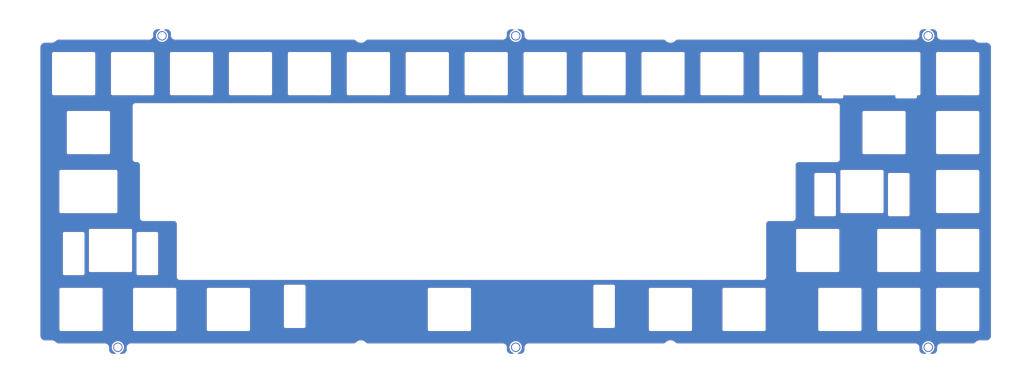
<source format=kicad_pcb>
(kicad_pcb (version 20221018) (generator pcbnew)
  (layers (0 "F.Cu" signal) (31 "B.Cu" signal) (34 "B.Paste" user) (35 "F.Paste" user) (36 "B.SilkS" user "B.Silkscreen") (37 "F.SilkS" user "F.Silkscreen") (38 "B.Mask" user) (39 "F.Mask" user) (44 "Edge.Cuts" user))
  (net 0 "")
  (footprint "acheron_MX_PlateSlots:MX100" (layer "F.Cu") (at 122.164053 40.305908)
    (fp_text reference "REF**")
    (fp_text value "MX100")
    (fp_line (start -7 -6.5) (end -7 6.490924) (stroke (width 0.010007)) (layer "Edge.Cuts"))
    (fp_line (start -6.5 -7) (end 6.5 -7) (stroke (width 0.010007)) (layer "Edge.Cuts"))
    (fp_line (start -6.5 6.990924) (end 6.5 7) (stroke (width 0.010007)) (layer "Edge.Cuts"))
    (fp_line (start 7 -6.5) (end 7 6.5) (stroke (width 0.010007)) (layer "Edge.Cuts"))
    (fp_arc (start -7 -6.5) (mid -6.853553 -6.853553) (end -6.5 -7) (stroke (width 0.010007)) (layer "Edge.Cuts"))
    (fp_arc (start -6.5 6.990924) (mid -6.853553 6.844477) (end -7 6.490924) (stroke (width 0.010007)) (layer "Edge.Cuts"))
    (fp_arc (start 6.5 -7) (mid 6.853553 -6.853553) (end 7 -6.5) (stroke (width 0.010007)) (layer "Edge.Cuts"))
    (fp_arc (start 7 6.5) (mid 6.853553 6.853553) (end 6.5 7) (stroke (width 0.010007)) (layer "Edge.Cuts"))
  )
  (footprint "acheron_MX_PlateSlots:MX100" (layer "F.Cu") (at 274.564053 40.305908)
    (fp_text reference "REF**")
    (fp_text value "MX100")
    (fp_line (start -7 -6.5) (end -7 6.490924) (stroke (width 0.010007)) (layer "Edge.Cuts"))
    (fp_line (start -6.5 -7) (end 6.5 -7) (stroke (width 0.010007)) (layer "Edge.Cuts"))
    (fp_line (start -6.5 6.990924) (end 6.5 7) (stroke (width 0.010007)) (layer "Edge.Cuts"))
    (fp_line (start 7 -6.5) (end 7 6.5) (stroke (width 0.010007)) (layer "Edge.Cuts"))
    (fp_arc (start -7 -6.5) (mid -6.853553 -6.853553) (end -6.5 -7) (stroke (width 0.010007)) (layer "Edge.Cuts"))
    (fp_arc (start -6.5 6.990924) (mid -6.853553 6.844477) (end -7 6.490924) (stroke (width 0.010007)) (layer "Edge.Cuts"))
    (fp_arc (start 6.5 -7) (mid 6.853553 -6.853553) (end 7 -6.5) (stroke (width 0.010007)) (layer "Edge.Cuts"))
    (fp_arc (start 7 6.5) (mid 6.853553 6.853553) (end 6.5 7) (stroke (width 0.010007)) (layer "Edge.Cuts"))
  )
  (footprint "acheron_MX_PlateSlots:MX125" (layer "F.Cu") (at 262.657803 116.505908)
    (fp_text reference "REF**")
    (fp_text value "MX125")
    (fp_line (start -7 -6.5) (end -7 6.490924) (stroke (width 0.010007)) (layer "Edge.Cuts"))
    (fp_line (start -6.5 -7) (end 6.5 -7) (stroke (width 0.010007)) (layer "Edge.Cuts"))
    (fp_line (start -6.5 6.990924) (end 6.5 7) (stroke (width 0.010007)) (layer "Edge.Cuts"))
    (fp_line (start 7 -6.5) (end 7 6.5) (stroke (width 0.010007)) (layer "Edge.Cuts"))
    (fp_arc (start -7 -6.5) (mid -6.853553 -6.853553) (end -6.5 -7) (stroke (width 0.010007)) (layer "Edge.Cuts"))
    (fp_arc (start -6.5 6.990924) (mid -6.853553 6.844477) (end -7 6.490924) (stroke (width 0.010007)) (layer "Edge.Cuts"))
    (fp_arc (start 6.5 -7) (mid 6.853553 -6.853553) (end 7 -6.5) (stroke (width 0.010007)) (layer "Edge.Cuts"))
    (fp_arc (start 7 6.5) (mid 6.853553 6.853553) (end 6.5 7) (stroke (width 0.010007)) (layer "Edge.Cuts"))
  )
  (footprint "acheron_MX_PlateSlots:MX100" (layer "F.Cu") (at 84.064053 40.305908)
    (fp_text reference "REF**")
    (fp_text value "MX100")
    (fp_line (start -7 -6.5) (end -7 6.490924) (stroke (width 0.010007)) (layer "Edge.Cuts"))
    (fp_line (start -6.5 -7) (end 6.5 -7) (stroke (width 0.010007)) (layer "Edge.Cuts"))
    (fp_line (start -6.5 6.990924) (end 6.5 7) (stroke (width 0.010007)) (layer "Edge.Cuts"))
    (fp_line (start 7 -6.5) (end 7 6.5) (stroke (width 0.010007)) (layer "Edge.Cuts"))
    (fp_arc (start -7 -6.5) (mid -6.853553 -6.853553) (end -6.5 -7) (stroke (width 0.010007)) (layer "Edge.Cuts"))
    (fp_arc (start -6.5 6.990924) (mid -6.853553 6.844477) (end -7 6.490924) (stroke (width 0.010007)) (layer "Edge.Cuts"))
    (fp_arc (start 6.5 -7) (mid 6.853553 -6.853553) (end 7 -6.5) (stroke (width 0.010007)) (layer "Edge.Cuts"))
    (fp_arc (start 7 6.5) (mid 6.853553 6.853553) (end 6.5 7) (stroke (width 0.010007)) (layer "Edge.Cuts"))
  )
  (footprint "MountingHole:MountingHole_2.5mm_Pad" (layer "F.Cu") (at 74.539041 28.055924)
    (fp_text reference "REF**" hide)
    (fp_text value "MountingHole_2.5mm_Pad")
    (pad "1" thru_hole circle (at 0 0) (size 3 3) (drill 2.4) (layers "*.Cu" "*.Mask"))
  )
  (footprint "MountingHole:MountingHole_2.5mm_Pad" (layer "F.Cu") (at 188.839033 28.055924)
    (fp_text reference "REF**" hide)
    (fp_text value "MountingHole_2.5mm_Pad")
    (pad "1" thru_hole circle (at 0 0) (size 3 3) (drill 2.4) (layers "*.Cu" "*.Mask"))
  )
  (footprint "MountingHole:MountingHole_2.5mm_Pad" (layer "F.Cu") (at 322.189041 128.755912)
    (fp_text reference "REF**" hide)
    (fp_text value "MountingHole_2.5mm_Pad")
    (pad "1" thru_hole circle (at 0 0) (size 3 3) (drill 2.4) (layers "*.Cu" "*.Mask"))
  )
  (footprint "acheron_MX_PlateSlots:MX125" (layer "F.Cu") (at 48.345303 116.505908)
    (fp_text reference "REF**")
    (fp_text value "MX125")
    (fp_line (start -7 -6.5) (end -7 6.490924) (stroke (width 0.010007)) (layer "Edge.Cuts"))
    (fp_line (start -6.5 -7) (end 6.5 -7) (stroke (width 0.010007)) (layer "Edge.Cuts"))
    (fp_line (start -6.5 6.990924) (end 6.5 7) (stroke (width 0.010007)) (layer "Edge.Cuts"))
    (fp_line (start 7 -6.5) (end 7 6.5) (stroke (width 0.010007)) (layer "Edge.Cuts"))
    (fp_arc (start -7 -6.5) (mid -6.853553 -6.853553) (end -6.5 -7) (stroke (width 0.010007)) (layer "Edge.Cuts"))
    (fp_arc (start -6.5 6.990924) (mid -6.853553 6.844477) (end -7 6.490924) (stroke (width 0.010007)) (layer "Edge.Cuts"))
    (fp_arc (start 6.5 -7) (mid 6.853553 -6.853553) (end 7 -6.5) (stroke (width 0.010007)) (layer "Edge.Cuts"))
    (fp_arc (start 7 6.5) (mid 6.853553 6.853553) (end 6.5 7) (stroke (width 0.010007)) (layer "Edge.Cuts"))
  )
  (footprint "acheron_MX_PlateSlots:MX100" (layer "F.Cu") (at 255.514053 40.305908)
    (fp_text reference "REF**")
    (fp_text value "MX100")
    (fp_line (start -7 -6.5) (end -7 6.490924) (stroke (width 0.010007)) (layer "Edge.Cuts"))
    (fp_line (start -6.5 -7) (end 6.5 -7) (stroke (width 0.010007)) (layer "Edge.Cuts"))
    (fp_line (start -6.5 6.990924) (end 6.5 7) (stroke (width 0.010007)) (layer "Edge.Cuts"))
    (fp_line (start 7 -6.5) (end 7 6.5) (stroke (width 0.010007)) (layer "Edge.Cuts"))
    (fp_arc (start -7 -6.5) (mid -6.853553 -6.853553) (end -6.5 -7) (stroke (width 0.010007)) (layer "Edge.Cuts"))
    (fp_arc (start -6.5 6.990924) (mid -6.853553 6.844477) (end -7 6.490924) (stroke (width 0.010007)) (layer "Edge.Cuts"))
    (fp_arc (start 6.5 -7) (mid 6.853553 -6.853553) (end 7 -6.5) (stroke (width 0.010007)) (layer "Edge.Cuts"))
    (fp_arc (start 7 6.5) (mid 6.853553 6.853553) (end 6.5 7) (stroke (width 0.010007)) (layer "Edge.Cuts"))
  )
  (footprint "MountingHole:MountingHole_2.5mm_Pad" (layer "F.Cu") (at 322.189041 28.055924)
    (fp_text reference "REF**" hide)
    (fp_text value "MountingHole_2.5mm_Pad")
    (pad "1" thru_hole circle (at 0 0) (size 3 3) (drill 2.4) (layers "*.Cu" "*.Mask"))
  )
  (footprint "acheron_MX_PlateSlots:MX100" (layer "F.Cu") (at 331.714053 59.355908)
    (fp_text reference "REF**")
    (fp_text value "MX100")
    (fp_line (start -7 -6.5) (end -7 6.490924) (stroke (width 0.010007)) (layer "Edge.Cuts"))
    (fp_line (start -6.5 -7) (end 6.5 -7) (stroke (width 0.010007)) (layer "Edge.Cuts"))
    (fp_line (start -6.5 6.990924) (end 6.5 7) (stroke (width 0.010007)) (layer "Edge.Cuts"))
    (fp_line (start 7 -6.5) (end 7 6.5) (stroke (width 0.010007)) (layer "Edge.Cuts"))
    (fp_arc (start -7 -6.5) (mid -6.853553 -6.853553) (end -6.5 -7) (stroke (width 0.010007)) (layer "Edge.Cuts"))
    (fp_arc (start -6.5 6.990924) (mid -6.853553 6.844477) (end -7 6.490924) (stroke (width 0.010007)) (layer "Edge.Cuts"))
    (fp_arc (start 6.5 -7) (mid 6.853553 -6.853553) (end 7 -6.5) (stroke (width 0.010007)) (layer "Edge.Cuts"))
    (fp_arc (start 7 6.5) (mid 6.853553 6.853553) (end 6.5 7) (stroke (width 0.010007)) (layer "Edge.Cuts"))
  )
  (footprint "acheron_MX_PlateSlots:MX175" (layer "F.Cu") (at 286.470303 97.455908)
    (fp_text reference "REF**")
    (fp_text value "MX175")
    (fp_line (start -7 -6.5) (end -7 6.490924) (stroke (width 0.010007)) (layer "Edge.Cuts"))
    (fp_line (start -6.5 -7) (end 6.5 -7) (stroke (width 0.010007)) (layer "Edge.Cuts"))
    (fp_line (start -6.5 6.990924) (end 6.5 7) (stroke (width 0.010007)) (layer "Edge.Cuts"))
    (fp_line (start 7 -6.5) (end 7 6.5) (stroke (width 0.010007)) (layer "Edge.Cuts"))
    (fp_arc (start -7 -6.5) (mid -6.853553 -6.853553) (end -6.5 -7) (stroke (width 0.010007)) (layer "Edge.Cuts"))
    (fp_arc (start -6.5 6.990924) (mid -6.853553 6.844477) (end -7 6.490924) (stroke (width 0.010007)) (layer "Edge.Cuts"))
    (fp_arc (start 6.5 -7) (mid 6.853553 -6.853553) (end 7 -6.5) (stroke (width 0.010007)) (layer "Edge.Cuts"))
    (fp_arc (start 7 6.5) (mid 6.853553 6.853553) (end 6.5 7) (stroke (width 0.010007)) (layer "Edge.Cuts"))
  )
  (footprint "acheron_MX_PlateSlots:MX150" (layer "F.Cu") (at 50.726553 59.355908)
    (fp_text reference "REF**")
    (fp_text value "MX150")
    (fp_line (start -7 -6.5) (end -7 6.490924) (stroke (width 0.010007)) (layer "Edge.Cuts"))
    (fp_line (start -6.5 -7) (end 6.5 -7) (stroke (width 0.010007)) (layer "Edge.Cuts"))
    (fp_line (start -6.5 6.990924) (end 6.5 7) (stroke (width 0.010007)) (layer "Edge.Cuts"))
    (fp_line (start 7 -6.5) (end 7 6.5) (stroke (width 0.010007)) (layer "Edge.Cuts"))
    (fp_arc (start -7 -6.5) (mid -6.853553 -6.853553) (end -6.5 -7) (stroke (width 0.010007)) (layer "Edge.Cuts"))
    (fp_arc (start -6.5 6.990924) (mid -6.853553 6.844477) (end -7 6.490924) (stroke (width 0.010007)) (layer "Edge.Cuts"))
    (fp_arc (start 6.5 -7) (mid 6.853553 -6.853553) (end 7 -6.5) (stroke (width 0.010007)) (layer "Edge.Cuts"))
    (fp_arc (start 7 6.5) (mid 6.853553 6.853553) (end 6.5 7) (stroke (width 0.010007)) (layer "Edge.Cuts"))
  )
  (footprint "acheron_MX_PlateSlots:MX100" (layer "F.Cu") (at 312.664053 116.505908)
    (fp_text reference "REF**")
    (fp_text value "MX100")
    (fp_line (start -7 -6.5) (end -7 6.490924) (stroke (width 0.010007)) (layer "Edge.Cuts"))
    (fp_line (start -6.5 -7) (end 6.5 -7) (stroke (width 0.010007)) (layer "Edge.Cuts"))
    (fp_line (start -6.5 6.990924) (end 6.5 7) (stroke (width 0.010007)) (layer "Edge.Cuts"))
    (fp_line (start 7 -6.5) (end 7 6.5) (stroke (width 0.010007)) (layer "Edge.Cuts"))
    (fp_arc (start -7 -6.5) (mid -6.853553 -6.853553) (end -6.5 -7) (stroke (width 0.010007)) (layer "Edge.Cuts"))
    (fp_arc (start -6.5 6.990924) (mid -6.853553 6.844477) (end -7 6.490924) (stroke (width 0.010007)) (layer "Edge.Cuts"))
    (fp_arc (start 6.5 -7) (mid 6.853553 -6.853553) (end 7 -6.5) (stroke (width 0.010007)) (layer "Edge.Cuts"))
    (fp_arc (start 7 6.5) (mid 6.853553 6.853553) (end 6.5 7) (stroke (width 0.010007)) (layer "Edge.Cuts"))
  )
  (footprint "acheron_MX_PlateSlots:MX100" (layer "F.Cu") (at 331.714053 97.455908)
    (fp_text reference "REF**")
    (fp_text value "MX100")
    (fp_line (start -7 -6.5) (end -7 6.490924) (stroke (width 0.010007)) (layer "Edge.Cuts"))
    (fp_line (start -6.5 -7) (end 6.5 -7) (stroke (width 0.010007)) (layer "Edge.Cuts"))
    (fp_line (start -6.5 6.990924) (end 6.5 7) (stroke (width 0.010007)) (layer "Edge.Cuts"))
    (fp_line (start 7 -6.5) (end 7 6.5) (stroke (width 0.010007)) (layer "Edge.Cuts"))
    (fp_arc (start -7 -6.5) (mid -6.853553 -6.853553) (end -6.5 -7) (stroke (width 0.010007)) (layer "Edge.Cuts"))
    (fp_arc (start -6.5 6.990924) (mid -6.853553 6.844477) (end -7 6.490924) (stroke (width 0.010007)) (layer "Edge.Cuts"))
    (fp_arc (start 6.5 -7) (mid 6.853553 -6.853553) (end 7 -6.5) (stroke (width 0.010007)) (layer "Edge.Cuts"))
    (fp_arc (start 7 6.5) (mid 6.853553 6.853553) (end 6.5 7) (stroke (width 0.010007)) (layer "Edge.Cuts"))
  )
  (footprint "acheron_MX_PlateSlots:MX100" (layer "F.Cu") (at 331.714053 78.405908)
    (fp_text reference "REF**")
    (fp_text value "MX100")
    (fp_line (start -7 -6.5) (end -7 6.490924) (stroke (width 0.010007)) (layer "Edge.Cuts"))
    (fp_line (start -6.5 -7) (end 6.5 -7) (stroke (width 0.010007)) (layer "Edge.Cuts"))
    (fp_line (start -6.5 6.990924) (end 6.5 7) (stroke (width 0.010007)) (layer "Edge.Cuts"))
    (fp_line (start 7 -6.5) (end 7 6.5) (stroke (width 0.010007)) (layer "Edge.Cuts"))
    (fp_arc (start -7 -6.5) (mid -6.853553 -6.853553) (end -6.5 -7) (stroke (width 0.010007)) (layer "Edge.Cuts"))
    (fp_arc (start -6.5 6.990924) (mid -6.853553 6.844477) (end -7 6.490924) (stroke (width 0.010007)) (layer "Edge.Cuts"))
    (fp_arc (start 6.5 -7) (mid 6.853553 -6.853553) (end 7 -6.5) (stroke (width 0.010007)) (layer "Edge.Cuts"))
    (fp_arc (start 7 6.5) (mid 6.853553 6.853553) (end 6.5 7) (stroke (width 0.010007)) (layer "Edge.Cuts"))
  )
  (footprint "acheron_MX_PlateSlots:MX625" (layer "F.Cu") (at 167.407803 116.505908 180)
    (fp_text reference "REF**")
    (fp_text value "MX625")
    (fp_line (start -53.50625 -5.499992) (end -53.50625 7.5) (stroke (width 0.010007)) (layer "Edge.Cuts"))
    (fp_line (start -53.00625 -5.999992) (end -47.00625 -6) (stroke (width 0.010007)) (layer "Edge.Cuts"))
    (fp_line (start -53.00625 8.000008) (end -47.00625 8.000008) (stroke (width 0.010007)) (layer "Edge.Cuts"))
    (fp_line (start -46.50625 -5.499992) (end -46.50625 7.500008) (stroke (width 0.010007)) (layer "Edge.Cuts"))
    (fp_line (start -7 -6.5) (end -7 6.5) (stroke (width 0.010007)) (layer "Edge.Cuts"))
    (fp_line (start -6.5 -7) (end 6.5 -7) (stroke (width 0.010007)) (layer "Edge.Cuts"))
    (fp_line (start -6.5 7) (end 6.5 7) (stroke (width 0.010007)) (layer "Edge.Cuts"))
    (fp_line (start 6.999672 -6.499992) (end 6.999672 6.500007) (stroke (width 0.010007)) (layer "Edge.Cuts"))
    (fp_line (start 46.50625 -5.5) (end 46.50625 7.5) (stroke (width 0.010007)) (layer "Edge.Cuts"))
    (fp_line (start 47.00625 -6) (end 53.00625 -6) (stroke (width 0.010007)) (layer "Edge.Cuts"))
    (fp_line (start 47.00625 8) (end 53.00625 8) (stroke (width 0.010007)) (layer "Edge.Cuts"))
    (fp_line (start 53.50625 -5.5) (end 53.50625 7.5) (stroke (width 0.010007)) (layer "Edge.Cuts"))
    (fp_arc (start -53.50625 -5.5) (mid -53.359803 -5.853553) (end -53.00625 -6) (stroke (width 0.010007)) (layer "Edge.Cuts"))
    (fp_arc (start -53.00625 8.000008) (mid -53.359803 7.853561) (end -53.50625 7.500008) (stroke (width 0.010007)) (layer "Edge.Cuts"))
    (fp_arc (start -47.00625 -6) (mid -46.652697 -5.853553) (end -46.50625 -5.5) (stroke (width 0.010007)) (layer "Edge.Cuts"))
    (fp_arc (start -46.50625 7.500008) (mid -46.652697 7.853561) (end -47.00625 8.000008) (stroke (width 0.010007)) (layer "Edge.Cuts"))
    (fp_arc (start -7 -6.5) (mid -6.853553 -6.853553) (end -6.5 -7) (stroke (width 0.010007)) (layer "Edge.Cuts"))
    (fp_arc (start -6.5 7) (mid -6.853553 6.853553) (end -7 6.5) (stroke (width 0.010007)) (layer "Edge.Cuts"))
    (fp_arc (start 6.5 -7) (mid 6.853553 -6.853553) (end 7 -6.5) (stroke (width 0.010007)) (layer "Edge.Cuts"))
    (fp_arc (start 6.999672 6.500007) (mid 6.853225 6.85356) (end 6.499672 7.000007) (stroke (width 0.010007)) (layer "Edge.Cuts"))
    (fp_arc (start 46.50625 -5.5) (mid 46.652697 -5.853553) (end 47.00625 -6) (stroke (width 0.010007)) (layer "Edge.Cuts"))
    (fp_arc (start 47.00625 8) (mid 46.652697 7.853553) (end 46.50625 7.5) (stroke (width 0.010007)) (layer "Edge.Cuts"))
    (fp_arc (start 53.00625 -6) (mid 53.359803 -5.853553) (end 53.50625 -5.5) (stroke (width 0.010007)) (layer "Edge.Cuts"))
    (fp_arc (start 53.50625 7.5) (mid 53.359803 7.853553) (end 53.00625 8) (stroke (width 0.010007)) (layer "Edge.Cuts"))
  )
  (footprint "acheron_MX_PlateSlots:MX100" (layer "F.Cu") (at 103.114053 40.305908)
    (fp_text reference "REF**")
    (fp_text value "MX100")
    (fp_line (start -7 -6.5) (end -7 6.490924) (stroke (width 0.010007)) (layer "Edge.Cuts"))
    (fp_line (start -6.5 -7) (end 6.5 -7) (stroke (width 0.010007)) (layer "Edge.Cuts"))
    (fp_line (start -6.5 6.990924) (end 6.5 7) (stroke (width 0.010007)) (layer "Edge.Cuts"))
    (fp_line (start 7 -6.5) (end 7 6.5) (stroke (width 0.010007)) (layer "Edge.Cuts"))
    (fp_arc (start -7 -6.5) (mid -6.853553 -6.853553) (end -6.5 -7) (stroke (width 0.010007)) (layer "Edge.Cuts"))
    (fp_arc (start -6.5 6.990924) (mid -6.853553 6.844477) (end -7 6.490924) (stroke (width 0.010007)) (layer "Edge.Cuts"))
    (fp_arc (start 6.5 -7) (mid 6.853553 -6.853553) (end 7 -6.5) (stroke (width 0.010007)) (layer "Edge.Cuts"))
    (fp_arc (start 7 6.5) (mid 6.853553 6.853553) (end 6.5 7) (stroke (width 0.010007)) (layer "Edge.Cuts"))
  )
  (footprint "acheron_MX_PlateSlots:MX100" (layer "F.Cu") (at 217.414053 40.305908)
    (fp_text reference "REF**")
    (fp_text value "MX100")
    (fp_line (start -7 -6.5) (end -7 6.490924) (stroke (width 0.010007)) (layer "Edge.Cuts"))
    (fp_line (start -6.5 -7) (end 6.5 -7) (stroke (width 0.010007)) (layer "Edge.Cuts"))
    (fp_line (start -6.5 6.990924) (end 6.5 7) (stroke (width 0.010007)) (layer "Edge.Cuts"))
    (fp_line (start 7 -6.5) (end 7 6.5) (stroke (width 0.010007)) (layer "Edge.Cuts"))
    (fp_arc (start -7 -6.5) (mid -6.853553 -6.853553) (end -6.5 -7) (stroke (width 0.010007)) (layer "Edge.Cuts"))
    (fp_arc (start -6.5 6.990924) (mid -6.853553 6.844477) (end -7 6.490924) (stroke (width 0.010007)) (layer "Edge.Cuts"))
    (fp_arc (start 6.5 -7) (mid 6.853553 -6.853553) (end 7 -6.5) (stroke (width 0.010007)) (layer "Edge.Cuts"))
    (fp_arc (start 7 6.5) (mid 6.853553 6.853553) (end 6.5 7) (stroke (width 0.010007)) (layer "Edge.Cuts"))
  )
  (footprint "acheron_MX_PlateSlots:MX100" (layer "F.Cu") (at 236.464053 40.305908)
    (fp_text reference "REF**")
    (fp_text value "MX100")
    (fp_line (start -7 -6.5) (end -7 6.490924) (stroke (width 0.010007)) (layer "Edge.Cuts"))
    (fp_line (start -6.5 -7) (end 6.5 -7) (stroke (width 0.010007)) (layer "Edge.Cuts"))
    (fp_line (start -6.5 6.990924) (end 6.5 7) (stroke (width 0.010007)) (layer "Edge.Cuts"))
    (fp_line (start 7 -6.5) (end 7 6.5) (stroke (width 0.010007)) (layer "Edge.Cuts"))
    (fp_arc (start -7 -6.5) (mid -6.853553 -6.853553) (end -6.5 -7) (stroke (width 0.010007)) (layer "Edge.Cuts"))
    (fp_arc (start -6.5 6.990924) (mid -6.853553 6.844477) (end -7 6.490924) (stroke (width 0.010007)) (layer "Edge.Cuts"))
    (fp_arc (start 6.5 -7) (mid 6.853553 -6.853553) (end 7 -6.5) (stroke (width 0.010007)) (layer "Edge.Cuts"))
    (fp_arc (start 7 6.5) (mid 6.853553 6.853553) (end 6.5 7) (stroke (width 0.010007)) (layer "Edge.Cuts"))
  )
  (footprint "acheron_MX_PlateSlots:MX150" (layer "F.Cu") (at 307.901553 59.355908)
    (fp_text reference "REF**")
    (fp_text value "MX150")
    (fp_line (start -7 -6.5) (end -7 6.490924) (stroke (width 0.010007)) (layer "Edge.Cuts"))
    (fp_line (start -6.5 -7) (end 6.5 -7) (stroke (width 0.010007)) (layer "Edge.Cuts"))
    (fp_line (start -6.5 6.990924) (end 6.5 7) (stroke (width 0.010007)) (layer "Edge.Cuts"))
    (fp_line (start 7 -6.5) (end 7 6.5) (stroke (width 0.010007)) (layer "Edge.Cuts"))
    (fp_arc (start -7 -6.5) (mid -6.853553 -6.853553) (end -6.5 -7) (stroke (width 0.010007)) (layer "Edge.Cuts"))
    (fp_arc (start -6.5 6.990924) (mid -6.853553 6.844477) (end -7 6.490924) (stroke (width 0.010007)) (layer "Edge.Cuts"))
    (fp_arc (start 6.5 -7) (mid 6.853553 -6.853553) (end 7 -6.5) (stroke (width 0.010007)) (layer "Edge.Cuts"))
    (fp_arc (start 7 6.5) (mid 6.853553 6.853553) (end 6.5 7) (stroke (width 0.010007)) (layer "Edge.Cuts"))
  )
  (footprint "acheron_MX_PlateSlots:MX100" (layer "F.Cu") (at 65.014053 40.305908)
    (fp_text reference "REF**")
    (fp_text value "MX100")
    (fp_line (start -7 -6.5) (end -7 6.490924) (stroke (width 0.010007)) (layer "Edge.Cuts"))
    (fp_line (start -6.5 -7) (end 6.5 -7) (stroke (width 0.010007)) (layer "Edge.Cuts"))
    (fp_line (start -6.5 6.990924) (end 6.5 7) (stroke (width 0.010007)) (layer "Edge.Cuts"))
    (fp_line (start 7 -6.5) (end 7 6.5) (stroke (width 0.010007)) (layer "Edge.Cuts"))
    (fp_arc (start -7 -6.5) (mid -6.853553 -6.853553) (end -6.5 -7) (stroke (width 0.010007)) (layer "Edge.Cuts"))
    (fp_arc (start -6.5 6.990924) (mid -6.853553 6.844477) (end -7 6.490924) (stroke (width 0.010007)) (layer "Edge.Cuts"))
    (fp_arc (start 6.5 -7) (mid 6.853553 -6.853553) (end 7 -6.5) (stroke (width 0.010007)) (layer "Edge.Cuts"))
    (fp_arc (start 7 6.5) (mid 6.853553 6.853553) (end 6.5 7) (stroke (width 0.010007)) (layer "Edge.Cuts"))
  )
  (footprint "acheron_MX_PlateSlots:MX100" (layer "F.Cu") (at 179.314053 40.305908)
    (fp_text reference "REF**")
    (fp_text value "MX100")
    (fp_line (start -7 -6.5) (end -7 6.490924) (stroke (width 0.010007)) (layer "Edge.Cuts"))
    (fp_line (start -6.5 -7) (end 6.5 -7) (stroke (width 0.010007)) (layer "Edge.Cuts"))
    (fp_line (start -6.5 6.990924) (end 6.5 7) (stroke (width 0.010007)) (layer "Edge.Cuts"))
    (fp_line (start 7 -6.5) (end 7 6.5) (stroke (width 0.010007)) (layer "Edge.Cuts"))
    (fp_arc (start -7 -6.5) (mid -6.853553 -6.853553) (end -6.5 -7) (stroke (width 0.010007)) (layer "Edge.Cuts"))
    (fp_arc (start -6.5 6.990924) (mid -6.853553 6.844477) (end -7 6.490924) (stroke (width 0.010007)) (layer "Edge.Cuts"))
    (fp_arc (start 6.5 -7) (mid 6.853553 -6.853553) (end 7 -6.5) (stroke (width 0.010007)) (layer "Edge.Cuts"))
    (fp_arc (start 7 6.5) (mid 6.853553 6.853553) (end 6.5 7) (stroke (width 0.010007)) (layer "Edge.Cuts"))
  )
  (footprint "acheron_MX_PlateSlots:MX100" (layer "F.Cu") (at 293.614053 116.505908)
    (fp_text reference "REF**")
    (fp_text value "MX100")
    (fp_line (start -7 -6.5) (end -7 6.490924) (stroke (width 0.010007)) (layer "Edge.Cuts"))
    (fp_line (start -6.5 -7) (end 6.5 -7) (stroke (width 0.010007)) (layer "Edge.Cuts"))
    (fp_line (start -6.5 6.990924) (end 6.5 7) (stroke (width 0.010007)) (layer "Edge.Cuts"))
    (fp_line (start 7 -6.5) (end 7 6.5) (stroke (width 0.010007)) (layer "Edge.Cuts"))
    (fp_arc (start -7 -6.5) (mid -6.853553 -6.853553) (end -6.5 -7) (stroke (width 0.010007)) (layer "Edge.Cuts"))
    (fp_arc (start -6.5 6.990924) (mid -6.853553 6.844477) (end -7 6.490924) (stroke (width 0.010007)) (layer "Edge.Cuts"))
    (fp_arc (start 6.5 -7) (mid 6.853553 -6.853553) (end 7 -6.5) (stroke (width 0.010007)) (layer "Edge.Cuts"))
    (fp_arc (start 7 6.5) (mid 6.853553 6.853553) (end 6.5 7) (stroke (width 0.010007)) (layer "Edge.Cuts"))
  )
  (footprint "acheron_MX_PlateSlots:MX100" (layer "F.Cu") (at 331.714053 116.505908)
    (fp_text reference "REF**")
    (fp_text value "MX100")
    (fp_line (start -7 -6.5) (end -7 6.490924) (stroke (width 0.010007)) (layer "Edge.Cuts"))
    (fp_line (start -6.5 -7) (end 6.5 -7) (stroke (width 0.010007)) (layer "Edge.Cuts"))
    (fp_line (start -6.5 6.990924) (end 6.5 7) (stroke (width 0.010007)) (layer "Edge.Cuts"))
    (fp_line (start 7 -6.5) (end 7 6.5) (stroke (width 0.010007)) (layer "Edge.Cuts"))
    (fp_arc (start -7 -6.5) (mid -6.853553 -6.853553) (end -6.5 -7) (stroke (width 0.010007)) (layer "Edge.Cuts"))
    (fp_arc (start -6.5 6.990924) (mid -6.853553 6.844477) (end -7 6.490924) (stroke (width 0.010007)) (layer "Edge.Cuts"))
    (fp_arc (start 6.5 -7) (mid 6.853553 -6.853553) (end 7 -6.5) (stroke (width 0.010007)) (layer "Edge.Cuts"))
    (fp_arc (start 7 6.5) (mid 6.853553 6.853553) (end 6.5 7) (stroke (width 0.010007)) (layer "Edge.Cuts"))
  )
  (footprint "MountingHole:MountingHole_2.5mm_Pad" (layer "F.Cu") (at 188.839047 128.755913)
    (fp_text reference "REF**" hide)
    (fp_text value "MountingHole_2.5mm_Pad")
    (pad "1" thru_hole circle (at 0 0) (size 3 3) (drill 2.4) (layers "*.Cu" "*.Mask"))
  )
  (footprint "acheron_MX_PlateSlots:MX125" (layer "F.Cu") (at 238.845303 116.505908)
    (fp_text reference "REF**")
    (fp_text value "MX125")
    (fp_line (start -7 -6.5) (end -7 6.490924) (stroke (width 0.010007)) (layer "Edge.Cuts"))
    (fp_line (start -6.5 -7) (end 6.5 -7) (stroke (width 0.010007)) (layer "Edge.Cuts"))
    (fp_line (start -6.5 6.990924) (end 6.5 7) (stroke (width 0.010007)) (layer "Edge.Cuts"))
    (fp_line (start 7 -6.5) (end 7 6.5) (stroke (width 0.010007)) (layer "Edge.Cuts"))
    (fp_arc (start -7 -6.5) (mid -6.853553 -6.853553) (end -6.5 -7) (stroke (width 0.010007)) (layer "Edge.Cuts"))
    (fp_arc (start -6.5 6.990924) (mid -6.853553 6.844477) (end -7 6.490924) (stroke (width 0.010007)) (layer "Edge.Cuts"))
    (fp_arc (start 6.5 -7) (mid 6.853553 -6.853553) (end 7 -6.5) (stroke (width 0.010007)) (layer "Edge.Cuts"))
    (fp_arc (start 7 6.5) (mid 6.853553 6.853553) (end 6.5 7) (stroke (width 0.010007)) (layer "Edge.Cuts"))
  )
  (footprint "acheron_MX_PlateSlots:MX125" (layer "F.Cu") (at 95.970303 116.505908)
    (fp_text reference "REF**")
    (fp_text value "MX125")
    (fp_line (start -7 -6.5) (end -7 6.490924) (stroke (width 0.010007)) (layer "Edge.Cuts"))
    (fp_line (start -6.5 -7) (end 6.5 -7) (stroke (width 0.010007)) (layer "Edge.Cuts"))
    (fp_line (start -6.5 6.990924) (end 6.5 7) (stroke (width 0.010007)) (layer "Edge.Cuts"))
    (fp_line (start 7 -6.5) (end 7 6.5) (stroke (width 0.010007)) (layer "Edge.Cuts"))
    (fp_arc (start -7 -6.5) (mid -6.853553 -6.853553) (end -6.5 -7) (stroke (width 0.010007)) (layer "Edge.Cuts"))
    (fp_arc (start -6.5 6.990924) (mid -6.853553 6.844477) (end -7 6.490924) (stroke (width 0.010007)) (layer "Edge.Cuts"))
    (fp_arc (start 6.5 -7) (mid 6.853553 -6.853553) (end 7 -6.5) (stroke (width 0.010007)) (layer "Edge.Cuts"))
    (fp_arc (start 7 6.5) (mid 6.853553 6.853553) (end 6.5 7) (stroke (width 0.010007)) (layer "Edge.Cuts"))
  )
  (footprint "acheron_MX_PlateSlots:MX125" (layer "F.Cu") (at 72.157803 116.505908)
    (fp_text reference "REF**")
    (fp_text value "MX125")
    (fp_line (start -7 -6.5) (end -7 6.490924) (stroke (width 0.010007)) (layer "Edge.Cuts"))
    (fp_line (start -6.5 -7) (end 6.5 -7) (stroke (width 0.010007)) (layer "Edge.Cuts"))
    (fp_line (start -6.5 6.990924) (end 6.5 7) (stroke (width 0.010007)) (layer "Edge.Cuts"))
    (fp_line (start 7 -6.5) (end 7 6.5) (stroke (width 0.010007)) (layer "Edge.Cuts"))
    (fp_arc (start -7 -6.5) (mid -6.853553 -6.853553) (end -6.5 -7) (stroke (width 0.010007)) (layer "Edge.Cuts"))
    (fp_arc (start -6.5 6.990924) (mid -6.853553 6.844477) (end -7 6.490924) (stroke (width 0.010007)) (layer "Edge.Cuts"))
    (fp_arc (start 6.5 -7) (mid 6.853553 -6.853553) (end 7 -6.5) (stroke (width 0.010007)) (layer "Edge.Cuts"))
    (fp_arc (start 7 6.5) (mid 6.853553 6.853553) (end 6.5 7) (stroke (width 0.010007)) (layer "Edge.Cuts"))
  )
  (footprint "MountingHole:MountingHole_2.5mm_Pad" (layer "F.Cu") (at 60.251541 128.755912)
    (fp_text reference "REF**" hide)
    (fp_text value "MountingHole_2.5mm_Pad")
    (pad "1" thru_hole circle (at 0 0) (size 3 3) (drill 2.4) (layers "*.Cu" "*.Mask"))
  )
  (footprint "acheron_MX_PlateSlots:MX100" (layer "F.Cu") (at 160.264053 40.305908)
    (fp_text reference "REF**")
    (fp_text value "MX100")
    (fp_line (start -7 -6.5) (end -7 6.490924) (stroke (width 0.010007)) (layer "Edge.Cuts"))
    (fp_line (start -6.5 -7) (end 6.5 -7) (stroke (width 0.010007)) (layer "Edge.Cuts"))
    (fp_line (start -6.5 6.990924) (end 6.5 7) (stroke (width 0.010007)) (layer "Edge.Cuts"))
    (fp_line (start 7 -6.5) (end 7 6.5) (stroke (width 0.010007)) (layer "Edge.Cuts"))
    (fp_arc (start -7 -6.5) (mid -6.853553 -6.853553) (end -6.5 -7) (stroke (width 0.010007)) (layer "Edge.Cuts"))
    (fp_arc (start -6.5 6.990924) (mid -6.853553 6.844477) (end -7 6.490924) (stroke (width 0.010007)) (layer "Edge.Cuts"))
    (fp_arc (start 6.5 -7) (mid 6.853553 -6.853553) (end 7 -6.5) (stroke (width 0.010007)) (layer "Edge.Cuts"))
    (fp_arc (start 7 6.5) (mid 6.853553 6.853553) (end 6.5 7) (stroke (width 0.010007)) (layer "Edge.Cuts"))
  )
  (footprint "acheron_MX_PlateSlots:MX100" (layer "F.Cu") (at 312.664053 97.455908)
    (fp_text reference "REF**")
    (fp_text value "MX100")
    (fp_line (start -7 -6.5) (end -7 6.490924) (stroke (width 0.010007)) (layer "Edge.Cuts"))
    (fp_line (start -6.5 -7) (end 6.5 -7) (stroke (width 0.010007)) (layer "Edge.Cuts"))
    (fp_line (start -6.5 6.990924) (end 6.5 7) (stroke (width 0.010007)) (layer "Edge.Cuts"))
    (fp_line (start 7 -6.5) (end 7 6.5) (stroke (width 0.010007)) (layer "Edge.Cuts"))
    (fp_arc (start -7 -6.5) (mid -6.853553 -6.853553) (end -6.5 -7) (stroke (width 0.010007)) (layer "Edge.Cuts"))
    (fp_arc (start -6.5 6.990924) (mid -6.853553 6.844477) (end -7 6.490924) (stroke (width 0.010007)) (layer "Edge.Cuts"))
    (fp_arc (start 6.5 -7) (mid 6.853553 -6.853553) (end 7 -6.5) (stroke (width 0.010007)) (layer "Edge.Cuts"))
    (fp_arc (start 7 6.5) (mid 6.853553 6.853553) (end 6.5 7) (stroke (width 0.010007)) (layer "Edge.Cuts"))
  )
  (footprint "acheron_MX_PlateSlots:MX225" (layer "F.Cu") (at 57.870303 97.455908)
    (fp_text reference "REF**")
    (fp_text value "MX225")
    (fp_line (start -15.40625 -5.499992) (end -15.40625 7.500008) (stroke (width 0.010007)) (layer "Edge.Cuts"))
    (fp_line (start -14.90625 -6) (end -8.90625 -5.999992) (stroke (width 0.010007)) (layer "Edge.Cuts"))
    (fp_line (start -14.90625 8.000008) (end -8.90625 8.000008) (stroke (width 0.010007)) (layer "Edge.Cuts"))
    (fp_line (start -8.40625 -5.499992) (end -8.40625 7.5) (stroke (width 0.010007)) (layer "Edge.Cuts"))
    (fp_line (start -7 -6.5) (end -7 6.5) (stroke (width 0.010007)) (layer "Edge.Cuts"))
    (fp_line (start -6.5 -7) (end 6.5 -7) (stroke (width 0.010007)) (layer "Edge.Cuts"))
    (fp_line (start -6.5 7) (end 6.5 7) (stroke (width 0.010007)) (layer "Edge.Cuts"))
    (fp_line (start 6.999672 -6.499992) (end 6.999672 6.500007) (stroke (width 0.010007)) (layer "Edge.Cuts"))
    (fp_line (start 8.40625 -5.499992) (end 8.40625 7.5) (stroke (width 0.010007)) (layer "Edge.Cuts"))
    (fp_line (start 8.90625 -5.999992) (end 14.90625 -5.999992) (stroke (width 0.010007)) (layer "Edge.Cuts"))
    (fp_line (start 8.90625 8.000008) (end 14.90625 8.000008) (stroke (width 0.010007)) (layer "Edge.Cuts"))
    (fp_line (start 15.40625 -5.499992) (end 15.40625 7.500008) (stroke (width 0.010007)) (layer "Edge.Cuts"))
    (fp_arc (start -15.40625 -5.5) (mid -15.259803 -5.853553) (end -14.90625 -6) (stroke (width 0.010007)) (layer "Edge.Cuts"))
    (fp_arc (start -14.90625 8.000008) (mid -15.259803 7.853561) (end -15.40625 7.500008) (stroke (width 0.010007)) (layer "Edge.Cuts"))
    (fp_arc (start -8.90625 -6) (mid -8.552697 -5.853553) (end -8.40625 -5.5) (stroke (width 0.010007)) (layer "Edge.Cuts"))
    (fp_arc (start -8.40625 7.500008) (mid -8.552697 7.853561) (end -8.90625 8.000008) (stroke (width 0.010007)) (layer "Edge.Cuts"))
    (fp_arc (start -7 -6.5) (mid -6.853553 -6.853553) (end -6.5 -7) (stroke (width 0.010007)) (layer "Edge.Cuts"))
    (fp_arc (start -6.5 7) (mid -6.853553 6.853553) (end -7 6.5) (stroke (width 0.010007)) (layer "Edge.Cuts"))
    (fp_arc (start 6.5 -7) (mid 6.853553 -6.853553) (end 7 -6.5) (stroke (width 0.010007)) (layer "Edge.Cuts"))
    (fp_arc (start 6.999672 6.500007) (mid 6.853225 6.85356) (end 6.499672 7.000007) (stroke (width 0.010007)) (layer "Edge.Cuts"))
    (fp_arc (start 8.40625 -5.5) (mid 8.552697 -5.853553) (end 8.90625 -6) (stroke (width 0.010007)) (layer "Edge.Cuts"))
    (fp_arc (start 8.90625 8.000008) (mid 8.552697 7.853561) (end 8.40625 7.500008) (stroke (width 0.010007)) (layer "Edge.Cuts"))
    (fp_arc (start 14.90625 -6) (mid 15.259803 -5.853553) (end 15.40625 -5.5) (stroke (width 0.010007)) (layer "Edge.Cuts"))
    (fp_arc (start 15.40625 7.500008) (mid 15.259803 7.853561) (end 14.90625 8.000008) (stroke (width 0.010007)) (layer "Edge.Cuts"))
  )
  (footprint "acheron_MX_PlateSlots:MX100" (layer "F.Cu") (at 198.364053 40.305908)
    (fp_text reference "REF**")
    (fp_text value "MX100")
    (fp_line (start -7 -6.5) (end -7 6.490924) (stroke (width 0.010007)) (layer "Edge.Cuts"))
    (fp_line (start -6.5 -7) (end 6.5 -7) (stroke (width 0.010007)) (layer "Edge.Cuts"))
    (fp_line (start -6.5 6.990924) (end 6.5 7) (stroke (width 0.010007)) (layer "Edge.Cuts"))
    (fp_line (start 7 -6.5) (end 7 6.5) (stroke (width 0.010007)) (layer "Edge.Cuts"))
    (fp_arc (start -7 -6.5) (mid -6.853553 -6.853553) (end -6.5 -7) (stroke (width 0.010007)) (layer "Edge.Cuts"))
    (fp_arc (start -6.5 6.990924) (mid -6.853553 6.844477) (end -7 6.490924) (stroke (width 0.010007)) (layer "Edge.Cuts"))
    (fp_arc (start 6.5 -7) (mid 6.853553 -6.853553) (end 7 -6.5) (stroke (width 0.010007)) (layer "Edge.Cuts"))
    (fp_arc (start 7 6.5) (mid 6.853553 6.853553) (end 6.5 7) (stroke (width 0.010007)) (layer "Edge.Cuts"))
  )
  (footprint "acheron_MX_PlateSlots:MX100" (layer "F.Cu") (at 331.714053 40.305908)
    (fp_text reference "REF**")
    (fp_text value "MX100")
    (fp_line (start -7 -6.5) (end -7 6.490924) (stroke (width 0.010007)) (layer "Edge.Cuts"))
    (fp_line (start -6.5 -7) (end 6.5 -7) (stroke (width 0.010007)) (layer "Edge.Cuts"))
    (fp_line (start -6.5 6.990924) (end 6.5 7) (stroke (width 0.010007)) (layer "Edge.Cuts"))
    (fp_line (start 7 -6.5) (end 7 6.5) (stroke (width 0.010007)) (layer "Edge.Cuts"))
    (fp_arc (start -7 -6.5) (mid -6.853553 -6.853553) (end -6.5 -7) (stroke (width 0.010007)) (layer "Edge.Cuts"))
    (fp_arc (start -6.5 6.990924) (mid -6.853553 6.844477) (end -7 6.490924) (stroke (width 0.010007)) (layer "Edge.Cuts"))
    (fp_arc (start 6.5 -7) (mid 6.853553 -6.853553) (end 7 -6.5) (stroke (width 0.010007)) (layer "Edge.Cuts"))
    (fp_arc (start 7 6.5) (mid 6.853553 6.853553) (end 6.5 7) (stroke (width 0.010007)) (layer "Edge.Cuts"))
  )
  (footprint "acheron_MX_PlateSlots:MX225" (layer "F.Cu") (at 300.757803 78.405908)
    (fp_text reference "REF**")
    (fp_text value "MX225")
    (fp_line (start -15.40625 -5.499992) (end -15.40625 7.500008) (stroke (width 0.010007)) (layer "Edge.Cuts"))
    (fp_line (start -14.90625 -6) (end -8.90625 -5.999992) (stroke (width 0.010007)) (layer "Edge.Cuts"))
    (fp_line (start -14.90625 8.000008) (end -8.90625 8.000008) (stroke (width 0.010007)) (layer "Edge.Cuts"))
    (fp_line (start -8.40625 -5.499992) (end -8.40625 7.5) (stroke (width 0.010007)) (layer "Edge.Cuts"))
    (fp_line (start -7 -6.5) (end -7 6.5) (stroke (width 0.010007)) (layer "Edge.Cuts"))
    (fp_line (start -6.5 -7) (end 6.5 -7) (stroke (width 0.010007)) (layer "Edge.Cuts"))
    (fp_line (start -6.5 7) (end 6.5 7) (stroke (width 0.010007)) (layer "Edge.Cuts"))
    (fp_line (start 6.999672 -6.499992) (end 6.999672 6.500007) (stroke (width 0.010007)) (layer "Edge.Cuts"))
    (fp_line (start 8.40625 -5.499992) (end 8.40625 7.5) (stroke (width 0.010007)) (layer "Edge.Cuts"))
    (fp_line (start 8.90625 -5.999992) (end 14.90625 -5.999992) (stroke (width 0.010007)) (layer "Edge.Cuts"))
    (fp_line (start 8.90625 8.000008) (end 14.90625 8.000008) (stroke (width 0.010007)) (layer "Edge.Cuts"))
    (fp_line (start 15.40625 -5.499992) (end 15.40625 7.500008) (stroke (width 0.010007)) (layer "Edge.Cuts"))
    (fp_arc (start -15.40625 -5.5) (mid -15.259803 -5.853553) (end -14.90625 -6) (stroke (width 0.010007)) (layer "Edge.Cuts"))
    (fp_arc (start -14.90625 8.000008) (mid -15.259803 7.853561) (end -15.40625 7.500008) (stroke (width 0.010007)) (layer "Edge.Cuts"))
    (fp_arc (start -8.90625 -6) (mid -8.552697 -5.853553) (end -8.40625 -5.5) (stroke (width 0.010007)) (layer "Edge.Cuts"))
    (fp_arc (start -8.40625 7.500008) (mid -8.552697 7.853561) (end -8.90625 8.000008) (stroke (width 0.010007)) (layer "Edge.Cuts"))
    (fp_arc (start -7 -6.5) (mid -6.853553 -6.853553) (end -6.5 -7) (stroke (width 0.010007)) (layer "Edge.Cuts"))
    (fp_arc (start -6.5 7) (mid -6.853553 6.853553) (end -7 6.5) (stroke (width 0.010007)) (layer "Edge.Cuts"))
    (fp_arc (start 6.5 -7) (mid 6.853553 -6.853553) (end 7 -6.5) (stroke (width 0.010007)) (layer "Edge.Cuts"))
    (fp_arc (start 6.999672 6.500007) (mid 6.853225 6.85356) (end 6.499672 7.000007) (stroke (width 0.010007)) (layer "Edge.Cuts"))
    (fp_arc (start 8.40625 -5.5) (mid 8.552697 -5.853553) (end 8.90625 -6) (stroke (width 0.010007)) (layer "Edge.Cuts"))
    (fp_arc (start 8.90625 8.000008) (mid 8.552697 7.853561) (end 8.40625 7.500008) (stroke (width 0.010007)) (layer "Edge.Cuts"))
    (fp_arc (start 14.90625 -6) (mid 15.259803 -5.853553) (end 15.40625 -5.5) (stroke (width 0.010007)) (layer "Edge.Cuts"))
    (fp_arc (start 15.40625 7.500008) (mid 15.259803 7.853561) (end 14.90625 8.000008) (stroke (width 0.010007)) (layer "Edge.Cuts"))
  )
  (footprint "acheron_MX_PlateSlots:MX100" (layer "F.Cu") (at 141.214053 40.305908)
    (fp_text reference "REF**")
    (fp_text value "MX100")
    (fp_line (start -7 -6.5) (end -7 6.490924) (stroke (width 0.010007)) (layer "Edge.Cuts"))
    (fp_line (start -6.5 -7) (end 6.5 -7) (stroke (width 0.010007)) (layer "Edge.Cuts"))
    (fp_line (start -6.5 6.990924) (end 6.5 7) (stroke (width 0.010007)) (layer "Edge.Cuts"))
    (fp_line (start 7 -6.5) (end 7 6.5) (stroke (width 0.010007)) (layer "Edge.Cuts"))
    (fp_arc (start -7 -6.5) (mid -6.853553 -6.853553) (end -6.5 -7) (stroke (width 0.010007)) (layer "Edge.Cuts"))
    (fp_arc (start -6.5 6.990924) (mid -6.853553 6.844477) (end -7 6.490924) (stroke (width 0.010007)) (layer "Edge.Cuts"))
    (fp_arc (start 6.5 -7) (mid 6.853553 -6.853553) (end 7 -6.5) (stroke (width 0.010007)) (layer "Edge.Cuts"))
    (fp_arc (start 7 6.5) (mid 6.853553 6.853553) (end 6.5 7) (stroke (width 0.010007)) (layer "Edge.Cuts"))
  )
  (footprint "acheron_MX_PlateSlots:MX100" (layer "F.Cu") (at 45.964053 40.305908)
    (fp_text reference "REF**")
    (fp_text value "MX100")
    (fp_line (start -7 -6.5) (end -7 6.490924) (stroke (width 0.010007)) (layer "Edge.Cuts"))
    (fp_line (start -6.5 -7) (end 6.5 -7) (stroke (width 0.010007)) (layer "Edge.Cuts"))
    (fp_line (start -6.5 6.990924) (end 6.5 7) (stroke (width 0.010007)) (layer "Edge.Cuts"))
    (fp_line (start 7 -6.5) (end 7 6.5) (stroke (width 0.010007)) (layer "Edge.Cuts"))
    (fp_arc (start -7 -6.5) (mid -6.853553 -6.853553) (end -6.5 -7) (stroke (width 0.010007)) (layer "Edge.Cuts"))
    (fp_arc (start -6.5 6.990924) (mid -6.853553 6.844477) (end -7 6.490924) (stroke (width 0.010007)) (layer "Edge.Cuts"))
    (fp_arc (start 6.5 -7) (mid 6.853553 -6.853553) (end 7 -6.5) (stroke (width 0.010007)) (layer "Edge.Cuts"))
    (fp_arc (start 7 6.5) (mid 6.853553 6.853553) (end 6.5 7) (stroke (width 0.010007)) (layer "Edge.Cuts"))
  )
  (gr_arc (start 41.069256 127.505925) (mid 40.686573 127.429804) (end 40.36215 127.213031) (stroke (width 0.05)) (layer "Edge.Cuts"))
  (gr_arc (start 336.608811 29.305882) (mid 336.991494 29.382002) (end 337.315918 29.598775) (stroke (width 0.05)) (layer "Edge.Cuts"))
  (gr_arc (start 68.395304 87.930909) (mid 67.688197 87.638015) (end 67.395303 86.930908) (stroke (width 0.05)) (layer "Edge.Cuts"))
  (gr_line (start 241.227035 29.304669) (end 317.989047 29.305914) (stroke (width 0.05)) (layer "Edge.Cuts"))
  (gr_arc (start 137.158147 127.21429) (mid 138.796539 126.501157) (end 140.435472 127.213045) (stroke (width 0.05)) (layer "Edge.Cuts"))
  (gr_arc (start 71.689045 27.955914) (mid 71.293639 28.910508) (end 70.339045 29.305914) (stroke (width 0.05)) (layer "Edge.Cuts"))
  (gr_line (start 41.845303 71.405908) (end 59.607801 71.405908) (stroke (width 0.05)) (layer "Edge.Cuts"))
  (gr_arc (start 340.964019 30.305907) (mid 342.024679 30.745247) (end 342.464019 31.805907) (stroke (width 0.05)) (layer "Edge.Cuts"))
  (gr_line (start 193.039043 127.505923) (end 236.534364 127.507168) (stroke (width 0.05)) (layer "Edge.Cuts"))
  (gr_line (start 278.326553 87.930909) (end 270.801553 87.930908) (stroke (width 0.05)) (layer "Edge.Cuts"))
  (gr_arc (start 319.339046 27.305924) (mid 319.734452 26.35133) (end 320.689046 25.955924) (stroke (width 0.05)) (layer "Edge.Cuts"))
  (gr_line (start 63.101545 128.855922) (end 63.101546 129.505914) (stroke (width 0.05)) (layer "Edge.Cuts"))
  (gr_line (start 57.401553 129.505912) (end 57.401555 128.855922) (stroke (width 0.05)) (layer "Edge.Cuts"))
  (gr_line (start 79.301552 105.980908) (end 79.301554 88.930908) (stroke (width 0.05)) (layer "Edge.Cuts"))
  (gr_arc (start 41.845304 85.396832) (mid 41.49175 85.250386) (end 41.345303 84.896833) (stroke (width 0.05)) (layer "Edge.Cuts"))
  (gr_arc (start 137.158146 127.21429) (mid 136.833723 127.431063) (end 136.45104 127.507183) (stroke (width 0.05)) (layer "Edge.Cuts"))
  (gr_arc (start 71.689044 27.305924) (mid 72.08445 26.35133) (end 73.039044 25.955924) (stroke (width 0.05)) (layer "Edge.Cuts"))
  (gr_arc (start 58.751553 130.855912) (mid 57.796959 130.460506) (end 57.401553 129.505912) (stroke (width 0.05)) (layer "Edge.Cuts"))
  (gr_line (start 279.326553 69.880908) (end 279.326554 86.930908) (stroke (width 0.05)) (layer "Edge.Cuts"))
  (gr_line (start 71.689045 27.955914) (end 71.689044 27.305924) (stroke (width 0.05)) (layer "Edge.Cuts"))
  (gr_arc (start 279.326553 69.880908) (mid 279.619446 69.173801) (end 280.326553 68.880908) (stroke (width 0.05)) (layer "Edge.Cuts"))
  (gr_line (start 73.039044 25.955924) (end 76.039037 25.955924) (stroke (width 0.05)) (layer "Edge.Cuts"))
  (gr_line (start 326.389037 127.505922) (end 336.608811 127.505889) (stroke (width 0.05)) (layer "Edge.Cuts"))
  (gr_arc (start 40.362148 29.598791) (mid 40.686571 29.382018) (end 41.069255 29.305898) (stroke (width 0.05)) (layer "Edge.Cuts"))
  (gr_arc (start 342.464049 125.005884) (mid 342.024709 126.066544) (end 340.964049 126.505884) (stroke (width 0.05)) (layer "Edge.Cuts"))
  (gr_arc (start 237.24147 127.214275) (mid 236.917047 127.431048) (end 236.534364 127.507168) (stroke (width 0.05)) (layer "Edge.Cuts"))
  (gr_line (start 36.714053 30.305902) (end 38.714047 30.305902) (stroke (width 0.05)) (layer "Edge.Cuts"))
  (gr_line (start 269.801553 88.930908) (end 269.801554 105.980908) (stroke (width 0.05)) (layer "Edge.Cuts"))
  (gr_arc (start 286.614053 33.805908) (mid 286.7605 33.452355) (end 287.114053 33.305908) (stroke (width 0.05)) (layer "Edge.Cuts"))
  (gr_line (start 185.989051 129.505913) (end 185.989053 128.855923) (stroke (width 0.05)) (layer "Edge.Cuts"))
  (gr_line (start 326.389037 29.305914) (end 336.608811 29.305882) (stroke (width 0.05)) (layer "Edge.Cuts"))
  (gr_line (start 77.389037 27.305924) (end 77.389035 27.955914) (stroke (width 0.05)) (layer "Edge.Cuts"))
  (gr_arc (start 279.326554 86.930908) (mid 279.03366 87.638015) (end 278.326553 87.930909) (stroke (width 0.05)) (layer "Edge.Cuts"))
  (gr_arc (start 237.241471 127.214275) (mid 238.879863 126.501142) (end 240.518796 127.21303) (stroke (width 0.05)) (layer "Edge.Cuts"))
  (gr_arc (start 140.436602 29.597562) (mid 140.761025 29.380789) (end 141.143708 29.304669) (stroke (width 0.05)) (layer "Edge.Cuts"))
  (gr_line (start 66.395303 68.880907) (end 66.014053 68.880909) (stroke (width 0.05)) (layer "Edge.Cuts"))
  (gr_line (start 294.732803 47.305908) (end 311.545303 47.305916) (stroke (width 0.05)) (layer "Edge.Cuts"))
  (gr_arc (start 320.689045 130.855912) (mid 319.734451 130.460506) (end 319.339045 129.505912) (stroke (width 0.05)) (layer "Edge.Cuts"))
  (gr_line (start 338.964019 126.505884) (end 340.964049 126.505884) (stroke (width 0.05)) (layer "Edge.Cuts"))
  (gr_line (start 61.751546 130.855912) (end 58.751553 130.855912) (stroke (width 0.05)) (layer "Edge.Cuts"))
  (gr_line (start 337.325623 29.607051) (end 337.315918 29.598775) (stroke (width 0.05)) (layer "Edge.Cuts"))
  (gr_line (start 337.325623 127.204718) (end 337.315918 127.212992) (stroke (width 0.05)) (layer "Edge.Cuts"))
  (gr_arc (start 65.014053 50.830908) (mid 65.306946 50.123801) (end 66.014053 49.830908) (stroke (width 0.05)) (layer "Edge.Cuts"))
  (gr_arc (start 318.545303 47.805916) (mid 318.398856 48.159469) (end 318.045303 48.305916) (stroke (width 0.05)) (layer "Edge.Cuts"))
  (gr_line (start 319.164053 33.305908) (end 287.114053 33.305908) (stroke (width 0.05)) (layer "Edge.Cuts"))
  (gr_line (start 66.014053 49.830908) (end 292.614053 49.830907) (stroke (width 0.05)) (layer "Edge.Cuts"))
  (gr_arc (start 319.164053 33.305908) (mid 319.517606 33.452355) (end 319.664053 33.805908) (stroke (width 0.05)) (layer "Edge.Cuts"))
  (gr_line (start 36.714047 126.505945) (end 38.714047 126.505922) (stroke (width 0.05)) (layer "Edge.Cuts"))
  (gr_arc (start 185.989037 27.955914) (mid 185.593631 28.910508) (end 184.639037 29.305914) (stroke (width 0.05)) (layer "Edge.Cuts"))
  (gr_arc (start 288.232803 48.305916) (mid 287.87925 48.159469) (end 287.732803 47.805916) (stroke (width 0.05)) (layer "Edge.Cuts"))
  (gr_arc (start 136.45217 29.305913) (mid 136.834854 29.382034) (end 137.159277 29.598807) (stroke (width 0.05)) (layer "Edge.Cuts"))
  (gr_arc (start 294.732803 47.805916) (mid 294.586356 48.159469) (end 294.232803 48.305916) (stroke (width 0.05)) (layer "Edge.Cuts"))
  (gr_line (start 40.352443 29.607067) (end 40.362148 29.598791) (stroke (width 0.05)) (layer "Edge.Cuts"))
  (gr_arc (start 269.801554 105.980908) (mid 269.50866 106.688015) (end 268.801553 106.980909) (stroke (width 0.05)) (layer "Edge.Cuts"))
  (gr_arc (start 240.519928 29.597561) (mid 238.881537 30.310695) (end 237.242604 29.598807) (stroke (width 0.05)) (layer "Edge.Cuts"))
  (gr_line (start 78.301553 87.930907) (end 68.395304 87.930909) (stroke (width 0.05)) (layer "Edge.Cuts"))
  (gr_line (start 185.989037 27.955914) (end 185.989036 27.305924) (stroke (width 0.05)) (layer "Edge.Cuts"))
  (gr_line (start 187.339036 25.955924) (end 190.339029 25.955924) (stroke (width 0.05)) (layer "Edge.Cuts"))
  (gr_arc (start 141.142578 127.505938) (mid 140.759895 127.429818) (end 140.435472 127.213045) (stroke (width 0.05)) (layer "Edge.Cuts"))
  (gr_line (start 323.689038 130.855912) (end 320.689045 130.855912) (stroke (width 0.05)) (layer "Edge.Cuts"))
  (gr_arc (start 337.325625 127.204719) (mid 338.073415 126.687889) (end 338.964019 126.505884) (stroke (width 0.05)) (layer "Edge.Cuts"))
  (gr_line (start 67.395303 86.930908) (end 67.395304 69.880908) (stroke (width 0.05)) (layer "Edge.Cuts"))
  (gr_arc (start 78.301553 87.930907) (mid 79.00866 88.223801) (end 79.301554 88.930908) (stroke (width 0.05)) (layer "Edge.Cuts"))
  (gr_arc (start 323.689039 25.955924) (mid 324.643633 26.35133) (end 325.039039 27.305924) (stroke (width 0.05)) (layer "Edge.Cuts"))
  (gr_line (start 78.739035 29.305914) (end 136.45217 29.305914) (stroke (width 0.05)) (layer "Edge.Cuts"))
  (gr_arc (start 76.039037 25.955924) (mid 76.993631 26.35133) (end 77.389037 27.305924) (stroke (width 0.05)) (layer "Edge.Cuts"))
  (gr_arc (start 66.014053 68.880909) (mid 65.306946 68.588015) (end 65.014052 67.880908) (stroke (width 0.05)) (layer "Edge.Cuts"))
  (gr_arc (start 338.964019 30.305886) (mid 338.073414 30.123881) (end 337.325623 29.607051) (stroke (width 0.05)) (layer "Edge.Cuts"))
  (gr_arc (start 287.114053 47.296832) (mid 286.7605 47.150385) (end 286.614053 46.796832) (stroke (width 0.05)) (layer "Edge.Cuts"))
  (gr_line (start 286.614053 33.805908) (end 286.614053 46.796832) (stroke (width 0.05)) (layer "Edge.Cuts"))
  (gr_arc (start 317.989046 127.505921) (mid 318.943641 127.901327) (end 319.339047 128.855922) (stroke (width 0.05)) (layer "Edge.Cuts"))
  (gr_line (start 342.464049 125.005884) (end 342.464019 31.805907) (stroke (width 0.05)) (layer "Edge.Cuts"))
  (gr_line (start 191.689029 27.305924) (end 191.689027 27.955914) (stroke (width 0.05)) (layer "Edge.Cuts"))
  (gr_arc (start 191.689043 128.855923) (mid 192.084449 127.901329) (end 193.039043 127.505923) (stroke (width 0.05)) (layer "Edge.Cuts"))
  (gr_arc (start 40.352443 29.607067) (mid 39.604652 30.123897) (end 38.714047 30.305902) (stroke (width 0.05)) (layer "Edge.Cuts"))
  (gr_arc (start 326.389037 29.305914) (mid 325.434443 28.910508) (end 325.039037 27.955914) (stroke (width 0.05)) (layer "Edge.Cuts"))
  (gr_line (start 318.545303 47.305916) (end 319.164053 47.305916) (stroke (width 0.05)) (layer "Edge.Cuts"))
  (gr_line (start 318.545303 47.805916) (end 318.545303 47.305916) (stroke (width 0.05)) (layer "Edge.Cuts"))
  (gr_line (start 294.732803 47.805916) (end 294.732803 47.305908) (stroke (width 0.05)) (layer "Edge.Cuts"))
  (gr_line (start 311.545303 47.305916) (end 311.545303 47.805916) (stroke (width 0.05)) (layer "Edge.Cuts"))
  (gr_arc (start 41.345303 71.905908) (mid 41.49175 71.552355) (end 41.845303 71.405908) (stroke (width 0.05)) (layer "Edge.Cuts"))
  (gr_arc (start 319.664053 46.805908) (mid 319.517606 47.159461) (end 319.164053 47.305908) (stroke (width 0.05)) (layer "Edge.Cuts"))
  (gr_arc (start 236.535497 29.305913) (mid 236.918181 29.382034) (end 237.242604 29.598807) (stroke (width 0.05)) (layer "Edge.Cuts"))
  (gr_line (start 320.689046 25.955924) (end 323.689039 25.955924) (stroke (width 0.05)) (layer "Edge.Cuts"))
  (gr_arc (start 36.714047 126.505945) (mid 35.653387 126.066605) (end 35.214047 125.005945) (stroke (width 0.05)) (layer "Edge.Cuts"))
  (gr_arc (start 292.614053 49.830907) (mid 293.32116 50.123801) (end 293.614054 50.830908) (stroke (width 0.05)) (layer "Edge.Cuts"))
  (gr_line (start 41.345303 84.896833) (end 41.345303 71.905908) (stroke (width 0.05)) (layer "Edge.Cuts"))
  (gr_line (start 287.732803 47.296832) (end 287.732803 47.805916) (stroke (width 0.05)) (layer "Edge.Cuts"))
  (gr_line (start 141.143708 29.304669) (end 184.639037 29.305914) (stroke (width 0.05)) (layer "Edge.Cuts"))
  (gr_arc (start 66.395303 68.880907) (mid 67.10241 69.173801) (end 67.395304 69.880908) (stroke (width 0.05)) (layer "Edge.Cuts"))
  (gr_line (start 325.039039 27.305924) (end 325.039037 27.955914) (stroke (width 0.05)) (layer "Edge.Cuts"))
  (gr_line (start 338.964019 30.305886) (end 340.964019 30.305907) (stroke (width 0.05)) (layer "Edge.Cuts"))
  (gr_arc (start 60.107803 84.905906) (mid 59.961358 85.25946) (end 59.607805 85.405908) (stroke (width 0.05)) (layer "Edge.Cuts"))
  (gr_line (start 59.607805 85.405908) (end 41.845304 85.396832) (stroke (width 0.05)) (layer "Edge.Cuts"))
  (gr_line (start 292.614053 68.880909) (end 280.326553 68.880908) (stroke (width 0.05)) (layer "Edge.Cuts"))
  (gr_arc (start 325.039037 128.855922) (mid 325.434443 127.901328) (end 326.389037 127.505922) (stroke (width 0.05)) (layer "Edge.Cuts"))
  (gr_arc (start 191.689044 129.505913) (mid 191.293638 130.460507) (end 190.339044 130.855913) (stroke (width 0.05)) (layer "Edge.Cuts"))
  (gr_arc (start 59.607801 71.405908) (mid 59.961355 71.552353) (end 60.107803 71.905906) (stroke (width 0.05)) (layer "Edge.Cuts"))
  (gr_line (start 241.225902 127.505923) (end 317.989046 127.505921) (stroke (width 0.05)) (layer "Edge.Cuts"))
  (gr_arc (start 38.714047 126.505922) (mid 39.604652 126.687927) (end 40.352443 127.204756) (stroke (width 0.05)) (layer "Edge.Cuts"))
  (gr_arc (start 35.214053 31.805902) (mid 35.653393 30.745242) (end 36.714053 30.305902) (stroke (width 0.05)) (layer "Edge.Cuts"))
  (gr_line (start 288.232803 48.305916) (end 294.232803 48.305916) (stroke (width 0.05)) (layer "Edge.Cuts"))
  (gr_arc (start 78.739035 29.305914) (mid 77.784441 28.910508) (end 77.389035 27.955914) (stroke (width 0.05)) (layer "Edge.Cuts"))
  (gr_line (start 40.352444 127.204756) (end 40.362149 127.213031) (stroke (width 0.05)) (layer "Edge.Cuts"))
  (gr_line (start 319.339047 27.955914) (end 319.339046 27.305924) (stroke (width 0.05)) (layer "Edge.Cuts"))
  (gr_arc (start 241.225902 127.505923) (mid 240.843219 127.429803) (end 240.518796 127.21303) (stroke (width 0.05)) (layer "Edge.Cuts"))
  (gr_line (start 319.664053 46.805908) (end 319.664053 33.805908) (stroke (width 0.05)) (layer "Edge.Cuts"))
  (gr_line (start 65.014052 67.880908) (end 65.014053 50.830908) (stroke (width 0.05)) (layer "Edge.Cuts"))
  (gr_line (start 293.614054 50.830908) (end 293.614054 67.880908) (stroke (width 0.05)) (layer "Edge.Cuts"))
  (gr_line (start 319.339045 129.505912) (end 319.339047 128.855922) (stroke (width 0.05)) (layer "Edge.Cuts"))
  (gr_arc (start 193.039027 29.305914) (mid 192.084433 28.910508) (end 191.689027 27.955914) (stroke (width 0.05)) (layer "Edge.Cuts"))
  (gr_line (start 268.801553 106.980909) (end 80.301553 106.980909) (stroke (width 0.05)) (layer "Edge.Cuts"))
  (gr_line (start 190.339044 130.855913) (end 187.339051 130.855913) (stroke (width 0.05)) (layer "Edge.Cuts"))
  (gr_arc (start 63.101545 128.855922) (mid 63.496951 127.901328) (end 64.451545 127.505922) (stroke (width 0.05)) (layer "Edge.Cuts"))
  (gr_arc (start 63.101546 129.505912) (mid 62.70614 130.460506) (end 61.751546 130.855912) (stroke (width 0.05)) (layer "Edge.Cuts"))
  (gr_line (start 287.114053 47.296832) (end 287.732803 47.296832) (stroke (width 0.05)) (layer "Edge.Cuts"))
  (gr_arc (start 56.051554 127.505921) (mid 57.006149 127.901327) (end 57.401555 128.855922) (stroke (width 0.05)) (layer "Edge.Cuts"))
  (gr_line (start 35.214047 125.005945) (end 35.214053 31.805902) (stroke (width 0.05)) (layer "Edge.Cuts"))
  (gr_line (start 312.045303 48.305916) (end 318.045303 48.305916) (stroke (width 0.05)) (layer "Edge.Cuts"))
  (gr_line (start 64.451545 127.505922) (end 136.45104 127.507183) (stroke (width 0.05)) (layer "Edge.Cuts"))
  (gr_arc (start 240.519929 29.597562) (mid 240.844352 29.380789) (end 241.227035 29.304669) (stroke (width 0.05)) (layer "Edge.Cuts"))
  (gr_line (start 141.142578 127.505938) (end 184.639052 127.505922) (stroke (width 0.05)) (layer "Edge.Cuts"))
  (gr_arc (start 184.639052 127.505922) (mid 185.593647 127.901328) (end 185.989053 128.855923) (stroke (width 0.05)) (layer "Edge.Cuts"))
  (gr_arc (start 140.436601 29.597561) (mid 138.79821 30.310695) (end 137.159277 29.598807) (stroke (width 0.05)) (layer "Edge.Cuts"))
  (gr_line (start 193.039027 29.305914) (end 236.535497 29.305913) (stroke (width 0.05)) (layer "Edge.Cuts"))
  (gr_arc (start 325.039038 129.505912) (mid 324.643632 130.460506) (end 323.689038 130.855912) (stroke (width 0.05)) (layer "Edge.Cuts"))
  (gr_arc (start 312.045303 48.305916) (mid 311.69175 48.159469) (end 311.545303 47.805916) (stroke (width 0.05)) (layer "Edge.Cuts"))
  (gr_arc (start 187.339051 130.855913) (mid 186.384457 130.460507) (end 185.989051 129.505913) (stroke (width 0.05)) (layer "Edge.Cuts"))
  (gr_arc (start 293.614054 67.880908) (mid 293.32116 68.588015) (end 292.614053 68.880909) (stroke (width 0.05)) (layer "Edge.Cuts"))
  (gr_arc (start 269.801553 88.930908) (mid 270.094446 88.223801) (end 270.801553 87.930908) (stroke (width 0.05)) (layer "Edge.Cuts"))
  (gr_line (start 41.069255 29.305898) (end 70.339045 29.305914) (stroke (width 0.05)) (layer "Edge.Cuts"))
  (gr_arc (start 337.315918 127.212995) (mid 336.991495 127.429768) (end 336.608811 127.505889) (stroke (width 0.05)) (layer "Edge.Cuts"))
  (gr_arc (start 80.301553 106.980909) (mid 79.594446 106.688015) (end 79.301552 105.980908) (stroke (width 0.05)) (layer "Edge.Cuts"))
  (gr_arc (start 190.339029 25.955924) (mid 191.293623 26.35133) (end 191.689029 27.305924) (stroke (width 0.05)) (layer "Edge.Cuts"))
  (gr_line (start 191.689043 128.855923) (end 191.689044 129.505915) (stroke (width 0.05)) (layer "Edge.Cuts"))
  (gr_line (start 41.069256 127.505925) (end 56.051554 127.505921) (stroke (width 0.05)) (layer "Edge.Cuts"))
  (gr_arc (start 185.989036 27.305924) (mid 186.384442 26.35133) (end 187.339036 25.955924) (stroke (width 0.05)) (layer "Edge.Cuts"))
  (gr_arc (start 319.339047 27.955914) (mid 318.943641 28.910508) (end 317.989047 29.305914) (stroke (width 0.05)) (layer "Edge.Cuts"))
  (gr_line (start 325.039037 128.855922) (end 325.039038 129.505914) (stroke (width 0.05)) (layer "Edge.Cuts"))
  (gr_line (start 60.107803 71.905908) (end 60.107803 84.905906) (stroke (width 0.05)) (layer "Edge.Cuts"))
  (zone (net 0) (net_name "") (layer "F.Cu") (connect_pads (clearance 0.5)) (min_thickness 0.25) (fill yes (thermal_gap 0.508) (thermal_bridge_width 0.508))
    (polygon (pts (xy 346.001553 133.174658) (xy 29.295303 133.174658) (xy 29.295303 23.637158) (xy 346.001553 23.637158)))
  )
  (zone (net 0) (net_name "") (layer "B.Cu") (connect_pads (clearance 0.5)) (min_thickness 0.25) (fill yes (thermal_gap 0.508) (thermal_bridge_width 0.508))
    (polygon (pts (xy 348.382803 135.555908) (xy 26.914053 135.555908) (xy 26.914053 21.255908) (xy 348.382803 21.255908)))
  )
)
</source>
